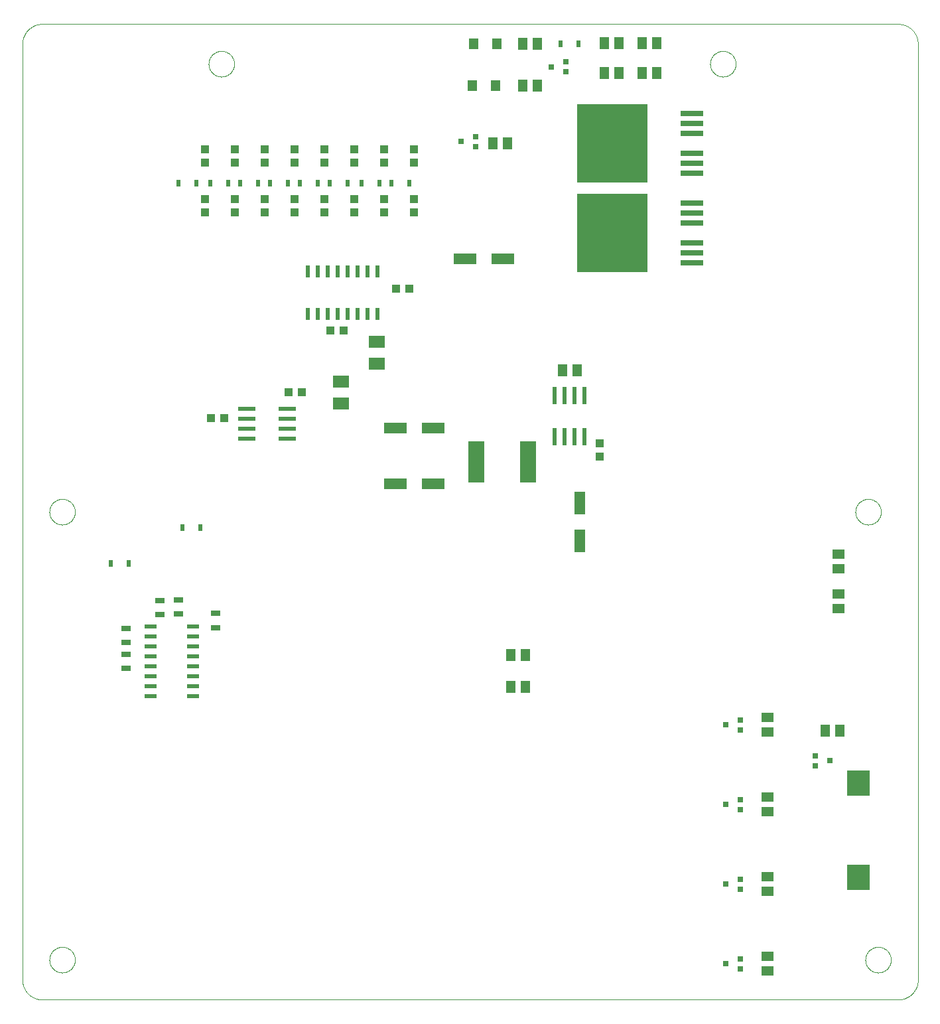
<source format=gtp>
G75*
%MOIN*%
%OFA0B0*%
%FSLAX25Y25*%
%IPPOS*%
%LPD*%
%AMOC8*
5,1,8,0,0,1.08239X$1,22.5*
%
%ADD10C,0.00000*%
%ADD11R,0.03937X0.04331*%
%ADD12R,0.11811X0.03150*%
%ADD13R,0.35433X0.39370*%
%ADD14R,0.05118X0.05906*%
%ADD15R,0.04724X0.05512*%
%ADD16R,0.02362X0.08661*%
%ADD17R,0.02756X0.02756*%
%ADD18R,0.07874X0.20866*%
%ADD19R,0.11811X0.05512*%
%ADD20R,0.05512X0.11811*%
%ADD21R,0.04331X0.03937*%
%ADD22R,0.11811X0.12795*%
%ADD23R,0.05906X0.05118*%
%ADD24R,0.02480X0.03268*%
%ADD25R,0.06102X0.02362*%
%ADD26R,0.04724X0.03150*%
%ADD27R,0.07874X0.06299*%
%ADD28R,0.02362X0.06102*%
%ADD29R,0.08661X0.02362*%
D10*
X0021800Y0021800D02*
X0451800Y0021800D01*
X0452042Y0021803D01*
X0452283Y0021812D01*
X0452524Y0021826D01*
X0452765Y0021847D01*
X0453005Y0021873D01*
X0453245Y0021905D01*
X0453484Y0021943D01*
X0453721Y0021986D01*
X0453958Y0022036D01*
X0454193Y0022091D01*
X0454427Y0022151D01*
X0454659Y0022218D01*
X0454890Y0022289D01*
X0455119Y0022367D01*
X0455346Y0022450D01*
X0455571Y0022538D01*
X0455794Y0022632D01*
X0456014Y0022731D01*
X0456232Y0022836D01*
X0456447Y0022945D01*
X0456660Y0023060D01*
X0456870Y0023180D01*
X0457076Y0023305D01*
X0457280Y0023435D01*
X0457481Y0023570D01*
X0457678Y0023710D01*
X0457872Y0023854D01*
X0458062Y0024003D01*
X0458248Y0024157D01*
X0458431Y0024315D01*
X0458610Y0024477D01*
X0458785Y0024644D01*
X0458956Y0024815D01*
X0459123Y0024990D01*
X0459285Y0025169D01*
X0459443Y0025352D01*
X0459597Y0025538D01*
X0459746Y0025728D01*
X0459890Y0025922D01*
X0460030Y0026119D01*
X0460165Y0026320D01*
X0460295Y0026524D01*
X0460420Y0026730D01*
X0460540Y0026940D01*
X0460655Y0027153D01*
X0460764Y0027368D01*
X0460869Y0027586D01*
X0460968Y0027806D01*
X0461062Y0028029D01*
X0461150Y0028254D01*
X0461233Y0028481D01*
X0461311Y0028710D01*
X0461382Y0028941D01*
X0461449Y0029173D01*
X0461509Y0029407D01*
X0461564Y0029642D01*
X0461614Y0029879D01*
X0461657Y0030116D01*
X0461695Y0030355D01*
X0461727Y0030595D01*
X0461753Y0030835D01*
X0461774Y0031076D01*
X0461788Y0031317D01*
X0461797Y0031558D01*
X0461800Y0031800D01*
X0461800Y0501800D01*
X0461797Y0502042D01*
X0461788Y0502283D01*
X0461774Y0502524D01*
X0461753Y0502765D01*
X0461727Y0503005D01*
X0461695Y0503245D01*
X0461657Y0503484D01*
X0461614Y0503721D01*
X0461564Y0503958D01*
X0461509Y0504193D01*
X0461449Y0504427D01*
X0461382Y0504659D01*
X0461311Y0504890D01*
X0461233Y0505119D01*
X0461150Y0505346D01*
X0461062Y0505571D01*
X0460968Y0505794D01*
X0460869Y0506014D01*
X0460764Y0506232D01*
X0460655Y0506447D01*
X0460540Y0506660D01*
X0460420Y0506870D01*
X0460295Y0507076D01*
X0460165Y0507280D01*
X0460030Y0507481D01*
X0459890Y0507678D01*
X0459746Y0507872D01*
X0459597Y0508062D01*
X0459443Y0508248D01*
X0459285Y0508431D01*
X0459123Y0508610D01*
X0458956Y0508785D01*
X0458785Y0508956D01*
X0458610Y0509123D01*
X0458431Y0509285D01*
X0458248Y0509443D01*
X0458062Y0509597D01*
X0457872Y0509746D01*
X0457678Y0509890D01*
X0457481Y0510030D01*
X0457280Y0510165D01*
X0457076Y0510295D01*
X0456870Y0510420D01*
X0456660Y0510540D01*
X0456447Y0510655D01*
X0456232Y0510764D01*
X0456014Y0510869D01*
X0455794Y0510968D01*
X0455571Y0511062D01*
X0455346Y0511150D01*
X0455119Y0511233D01*
X0454890Y0511311D01*
X0454659Y0511382D01*
X0454427Y0511449D01*
X0454193Y0511509D01*
X0453958Y0511564D01*
X0453721Y0511614D01*
X0453484Y0511657D01*
X0453245Y0511695D01*
X0453005Y0511727D01*
X0452765Y0511753D01*
X0452524Y0511774D01*
X0452283Y0511788D01*
X0452042Y0511797D01*
X0451800Y0511800D01*
X0021800Y0511800D01*
X0021558Y0511797D01*
X0021317Y0511788D01*
X0021076Y0511774D01*
X0020835Y0511753D01*
X0020595Y0511727D01*
X0020355Y0511695D01*
X0020116Y0511657D01*
X0019879Y0511614D01*
X0019642Y0511564D01*
X0019407Y0511509D01*
X0019173Y0511449D01*
X0018941Y0511382D01*
X0018710Y0511311D01*
X0018481Y0511233D01*
X0018254Y0511150D01*
X0018029Y0511062D01*
X0017806Y0510968D01*
X0017586Y0510869D01*
X0017368Y0510764D01*
X0017153Y0510655D01*
X0016940Y0510540D01*
X0016730Y0510420D01*
X0016524Y0510295D01*
X0016320Y0510165D01*
X0016119Y0510030D01*
X0015922Y0509890D01*
X0015728Y0509746D01*
X0015538Y0509597D01*
X0015352Y0509443D01*
X0015169Y0509285D01*
X0014990Y0509123D01*
X0014815Y0508956D01*
X0014644Y0508785D01*
X0014477Y0508610D01*
X0014315Y0508431D01*
X0014157Y0508248D01*
X0014003Y0508062D01*
X0013854Y0507872D01*
X0013710Y0507678D01*
X0013570Y0507481D01*
X0013435Y0507280D01*
X0013305Y0507076D01*
X0013180Y0506870D01*
X0013060Y0506660D01*
X0012945Y0506447D01*
X0012836Y0506232D01*
X0012731Y0506014D01*
X0012632Y0505794D01*
X0012538Y0505571D01*
X0012450Y0505346D01*
X0012367Y0505119D01*
X0012289Y0504890D01*
X0012218Y0504659D01*
X0012151Y0504427D01*
X0012091Y0504193D01*
X0012036Y0503958D01*
X0011986Y0503721D01*
X0011943Y0503484D01*
X0011905Y0503245D01*
X0011873Y0503005D01*
X0011847Y0502765D01*
X0011826Y0502524D01*
X0011812Y0502283D01*
X0011803Y0502042D01*
X0011800Y0501800D01*
X0011800Y0031800D01*
X0011803Y0031558D01*
X0011812Y0031317D01*
X0011826Y0031076D01*
X0011847Y0030835D01*
X0011873Y0030595D01*
X0011905Y0030355D01*
X0011943Y0030116D01*
X0011986Y0029879D01*
X0012036Y0029642D01*
X0012091Y0029407D01*
X0012151Y0029173D01*
X0012218Y0028941D01*
X0012289Y0028710D01*
X0012367Y0028481D01*
X0012450Y0028254D01*
X0012538Y0028029D01*
X0012632Y0027806D01*
X0012731Y0027586D01*
X0012836Y0027368D01*
X0012945Y0027153D01*
X0013060Y0026940D01*
X0013180Y0026730D01*
X0013305Y0026524D01*
X0013435Y0026320D01*
X0013570Y0026119D01*
X0013710Y0025922D01*
X0013854Y0025728D01*
X0014003Y0025538D01*
X0014157Y0025352D01*
X0014315Y0025169D01*
X0014477Y0024990D01*
X0014644Y0024815D01*
X0014815Y0024644D01*
X0014990Y0024477D01*
X0015169Y0024315D01*
X0015352Y0024157D01*
X0015538Y0024003D01*
X0015728Y0023854D01*
X0015922Y0023710D01*
X0016119Y0023570D01*
X0016320Y0023435D01*
X0016524Y0023305D01*
X0016730Y0023180D01*
X0016940Y0023060D01*
X0017153Y0022945D01*
X0017368Y0022836D01*
X0017586Y0022731D01*
X0017806Y0022632D01*
X0018029Y0022538D01*
X0018254Y0022450D01*
X0018481Y0022367D01*
X0018710Y0022289D01*
X0018941Y0022218D01*
X0019173Y0022151D01*
X0019407Y0022091D01*
X0019642Y0022036D01*
X0019879Y0021986D01*
X0020116Y0021943D01*
X0020355Y0021905D01*
X0020595Y0021873D01*
X0020835Y0021847D01*
X0021076Y0021826D01*
X0021317Y0021812D01*
X0021558Y0021803D01*
X0021800Y0021800D01*
X0025375Y0041800D02*
X0025377Y0041960D01*
X0025383Y0042120D01*
X0025393Y0042280D01*
X0025407Y0042440D01*
X0025425Y0042599D01*
X0025447Y0042758D01*
X0025473Y0042916D01*
X0025502Y0043073D01*
X0025536Y0043230D01*
X0025574Y0043385D01*
X0025615Y0043540D01*
X0025660Y0043694D01*
X0025710Y0043846D01*
X0025762Y0043997D01*
X0025819Y0044147D01*
X0025880Y0044296D01*
X0025944Y0044443D01*
X0026011Y0044588D01*
X0026083Y0044731D01*
X0026157Y0044873D01*
X0026236Y0045013D01*
X0026318Y0045150D01*
X0026403Y0045286D01*
X0026491Y0045419D01*
X0026583Y0045551D01*
X0026678Y0045679D01*
X0026777Y0045806D01*
X0026878Y0045930D01*
X0026983Y0046051D01*
X0027090Y0046170D01*
X0027201Y0046286D01*
X0027314Y0046399D01*
X0027430Y0046510D01*
X0027549Y0046617D01*
X0027670Y0046722D01*
X0027794Y0046823D01*
X0027921Y0046922D01*
X0028049Y0047017D01*
X0028181Y0047109D01*
X0028314Y0047197D01*
X0028450Y0047282D01*
X0028588Y0047364D01*
X0028727Y0047443D01*
X0028869Y0047517D01*
X0029012Y0047589D01*
X0029157Y0047656D01*
X0029304Y0047720D01*
X0029453Y0047781D01*
X0029603Y0047838D01*
X0029754Y0047890D01*
X0029906Y0047940D01*
X0030060Y0047985D01*
X0030215Y0048026D01*
X0030370Y0048064D01*
X0030527Y0048098D01*
X0030684Y0048127D01*
X0030842Y0048153D01*
X0031001Y0048175D01*
X0031160Y0048193D01*
X0031320Y0048207D01*
X0031480Y0048217D01*
X0031640Y0048223D01*
X0031800Y0048225D01*
X0031960Y0048223D01*
X0032120Y0048217D01*
X0032280Y0048207D01*
X0032440Y0048193D01*
X0032599Y0048175D01*
X0032758Y0048153D01*
X0032916Y0048127D01*
X0033073Y0048098D01*
X0033230Y0048064D01*
X0033385Y0048026D01*
X0033540Y0047985D01*
X0033694Y0047940D01*
X0033846Y0047890D01*
X0033997Y0047838D01*
X0034147Y0047781D01*
X0034296Y0047720D01*
X0034443Y0047656D01*
X0034588Y0047589D01*
X0034731Y0047517D01*
X0034873Y0047443D01*
X0035013Y0047364D01*
X0035150Y0047282D01*
X0035286Y0047197D01*
X0035419Y0047109D01*
X0035551Y0047017D01*
X0035679Y0046922D01*
X0035806Y0046823D01*
X0035930Y0046722D01*
X0036051Y0046617D01*
X0036170Y0046510D01*
X0036286Y0046399D01*
X0036399Y0046286D01*
X0036510Y0046170D01*
X0036617Y0046051D01*
X0036722Y0045930D01*
X0036823Y0045806D01*
X0036922Y0045679D01*
X0037017Y0045551D01*
X0037109Y0045419D01*
X0037197Y0045286D01*
X0037282Y0045150D01*
X0037364Y0045012D01*
X0037443Y0044873D01*
X0037517Y0044731D01*
X0037589Y0044588D01*
X0037656Y0044443D01*
X0037720Y0044296D01*
X0037781Y0044147D01*
X0037838Y0043997D01*
X0037890Y0043846D01*
X0037940Y0043694D01*
X0037985Y0043540D01*
X0038026Y0043385D01*
X0038064Y0043230D01*
X0038098Y0043073D01*
X0038127Y0042916D01*
X0038153Y0042758D01*
X0038175Y0042599D01*
X0038193Y0042440D01*
X0038207Y0042280D01*
X0038217Y0042120D01*
X0038223Y0041960D01*
X0038225Y0041800D01*
X0038223Y0041640D01*
X0038217Y0041480D01*
X0038207Y0041320D01*
X0038193Y0041160D01*
X0038175Y0041001D01*
X0038153Y0040842D01*
X0038127Y0040684D01*
X0038098Y0040527D01*
X0038064Y0040370D01*
X0038026Y0040215D01*
X0037985Y0040060D01*
X0037940Y0039906D01*
X0037890Y0039754D01*
X0037838Y0039603D01*
X0037781Y0039453D01*
X0037720Y0039304D01*
X0037656Y0039157D01*
X0037589Y0039012D01*
X0037517Y0038869D01*
X0037443Y0038727D01*
X0037364Y0038587D01*
X0037282Y0038450D01*
X0037197Y0038314D01*
X0037109Y0038181D01*
X0037017Y0038049D01*
X0036922Y0037921D01*
X0036823Y0037794D01*
X0036722Y0037670D01*
X0036617Y0037549D01*
X0036510Y0037430D01*
X0036399Y0037314D01*
X0036286Y0037201D01*
X0036170Y0037090D01*
X0036051Y0036983D01*
X0035930Y0036878D01*
X0035806Y0036777D01*
X0035679Y0036678D01*
X0035551Y0036583D01*
X0035419Y0036491D01*
X0035286Y0036403D01*
X0035150Y0036318D01*
X0035012Y0036236D01*
X0034873Y0036157D01*
X0034731Y0036083D01*
X0034588Y0036011D01*
X0034443Y0035944D01*
X0034296Y0035880D01*
X0034147Y0035819D01*
X0033997Y0035762D01*
X0033846Y0035710D01*
X0033694Y0035660D01*
X0033540Y0035615D01*
X0033385Y0035574D01*
X0033230Y0035536D01*
X0033073Y0035502D01*
X0032916Y0035473D01*
X0032758Y0035447D01*
X0032599Y0035425D01*
X0032440Y0035407D01*
X0032280Y0035393D01*
X0032120Y0035383D01*
X0031960Y0035377D01*
X0031800Y0035375D01*
X0031640Y0035377D01*
X0031480Y0035383D01*
X0031320Y0035393D01*
X0031160Y0035407D01*
X0031001Y0035425D01*
X0030842Y0035447D01*
X0030684Y0035473D01*
X0030527Y0035502D01*
X0030370Y0035536D01*
X0030215Y0035574D01*
X0030060Y0035615D01*
X0029906Y0035660D01*
X0029754Y0035710D01*
X0029603Y0035762D01*
X0029453Y0035819D01*
X0029304Y0035880D01*
X0029157Y0035944D01*
X0029012Y0036011D01*
X0028869Y0036083D01*
X0028727Y0036157D01*
X0028587Y0036236D01*
X0028450Y0036318D01*
X0028314Y0036403D01*
X0028181Y0036491D01*
X0028049Y0036583D01*
X0027921Y0036678D01*
X0027794Y0036777D01*
X0027670Y0036878D01*
X0027549Y0036983D01*
X0027430Y0037090D01*
X0027314Y0037201D01*
X0027201Y0037314D01*
X0027090Y0037430D01*
X0026983Y0037549D01*
X0026878Y0037670D01*
X0026777Y0037794D01*
X0026678Y0037921D01*
X0026583Y0038049D01*
X0026491Y0038181D01*
X0026403Y0038314D01*
X0026318Y0038450D01*
X0026236Y0038588D01*
X0026157Y0038727D01*
X0026083Y0038869D01*
X0026011Y0039012D01*
X0025944Y0039157D01*
X0025880Y0039304D01*
X0025819Y0039453D01*
X0025762Y0039603D01*
X0025710Y0039754D01*
X0025660Y0039906D01*
X0025615Y0040060D01*
X0025574Y0040215D01*
X0025536Y0040370D01*
X0025502Y0040527D01*
X0025473Y0040684D01*
X0025447Y0040842D01*
X0025425Y0041001D01*
X0025407Y0041160D01*
X0025393Y0041320D01*
X0025383Y0041480D01*
X0025377Y0041640D01*
X0025375Y0041800D01*
X0025375Y0266800D02*
X0025377Y0266960D01*
X0025383Y0267120D01*
X0025393Y0267280D01*
X0025407Y0267440D01*
X0025425Y0267599D01*
X0025447Y0267758D01*
X0025473Y0267916D01*
X0025502Y0268073D01*
X0025536Y0268230D01*
X0025574Y0268385D01*
X0025615Y0268540D01*
X0025660Y0268694D01*
X0025710Y0268846D01*
X0025762Y0268997D01*
X0025819Y0269147D01*
X0025880Y0269296D01*
X0025944Y0269443D01*
X0026011Y0269588D01*
X0026083Y0269731D01*
X0026157Y0269873D01*
X0026236Y0270013D01*
X0026318Y0270150D01*
X0026403Y0270286D01*
X0026491Y0270419D01*
X0026583Y0270551D01*
X0026678Y0270679D01*
X0026777Y0270806D01*
X0026878Y0270930D01*
X0026983Y0271051D01*
X0027090Y0271170D01*
X0027201Y0271286D01*
X0027314Y0271399D01*
X0027430Y0271510D01*
X0027549Y0271617D01*
X0027670Y0271722D01*
X0027794Y0271823D01*
X0027921Y0271922D01*
X0028049Y0272017D01*
X0028181Y0272109D01*
X0028314Y0272197D01*
X0028450Y0272282D01*
X0028588Y0272364D01*
X0028727Y0272443D01*
X0028869Y0272517D01*
X0029012Y0272589D01*
X0029157Y0272656D01*
X0029304Y0272720D01*
X0029453Y0272781D01*
X0029603Y0272838D01*
X0029754Y0272890D01*
X0029906Y0272940D01*
X0030060Y0272985D01*
X0030215Y0273026D01*
X0030370Y0273064D01*
X0030527Y0273098D01*
X0030684Y0273127D01*
X0030842Y0273153D01*
X0031001Y0273175D01*
X0031160Y0273193D01*
X0031320Y0273207D01*
X0031480Y0273217D01*
X0031640Y0273223D01*
X0031800Y0273225D01*
X0031960Y0273223D01*
X0032120Y0273217D01*
X0032280Y0273207D01*
X0032440Y0273193D01*
X0032599Y0273175D01*
X0032758Y0273153D01*
X0032916Y0273127D01*
X0033073Y0273098D01*
X0033230Y0273064D01*
X0033385Y0273026D01*
X0033540Y0272985D01*
X0033694Y0272940D01*
X0033846Y0272890D01*
X0033997Y0272838D01*
X0034147Y0272781D01*
X0034296Y0272720D01*
X0034443Y0272656D01*
X0034588Y0272589D01*
X0034731Y0272517D01*
X0034873Y0272443D01*
X0035013Y0272364D01*
X0035150Y0272282D01*
X0035286Y0272197D01*
X0035419Y0272109D01*
X0035551Y0272017D01*
X0035679Y0271922D01*
X0035806Y0271823D01*
X0035930Y0271722D01*
X0036051Y0271617D01*
X0036170Y0271510D01*
X0036286Y0271399D01*
X0036399Y0271286D01*
X0036510Y0271170D01*
X0036617Y0271051D01*
X0036722Y0270930D01*
X0036823Y0270806D01*
X0036922Y0270679D01*
X0037017Y0270551D01*
X0037109Y0270419D01*
X0037197Y0270286D01*
X0037282Y0270150D01*
X0037364Y0270012D01*
X0037443Y0269873D01*
X0037517Y0269731D01*
X0037589Y0269588D01*
X0037656Y0269443D01*
X0037720Y0269296D01*
X0037781Y0269147D01*
X0037838Y0268997D01*
X0037890Y0268846D01*
X0037940Y0268694D01*
X0037985Y0268540D01*
X0038026Y0268385D01*
X0038064Y0268230D01*
X0038098Y0268073D01*
X0038127Y0267916D01*
X0038153Y0267758D01*
X0038175Y0267599D01*
X0038193Y0267440D01*
X0038207Y0267280D01*
X0038217Y0267120D01*
X0038223Y0266960D01*
X0038225Y0266800D01*
X0038223Y0266640D01*
X0038217Y0266480D01*
X0038207Y0266320D01*
X0038193Y0266160D01*
X0038175Y0266001D01*
X0038153Y0265842D01*
X0038127Y0265684D01*
X0038098Y0265527D01*
X0038064Y0265370D01*
X0038026Y0265215D01*
X0037985Y0265060D01*
X0037940Y0264906D01*
X0037890Y0264754D01*
X0037838Y0264603D01*
X0037781Y0264453D01*
X0037720Y0264304D01*
X0037656Y0264157D01*
X0037589Y0264012D01*
X0037517Y0263869D01*
X0037443Y0263727D01*
X0037364Y0263587D01*
X0037282Y0263450D01*
X0037197Y0263314D01*
X0037109Y0263181D01*
X0037017Y0263049D01*
X0036922Y0262921D01*
X0036823Y0262794D01*
X0036722Y0262670D01*
X0036617Y0262549D01*
X0036510Y0262430D01*
X0036399Y0262314D01*
X0036286Y0262201D01*
X0036170Y0262090D01*
X0036051Y0261983D01*
X0035930Y0261878D01*
X0035806Y0261777D01*
X0035679Y0261678D01*
X0035551Y0261583D01*
X0035419Y0261491D01*
X0035286Y0261403D01*
X0035150Y0261318D01*
X0035012Y0261236D01*
X0034873Y0261157D01*
X0034731Y0261083D01*
X0034588Y0261011D01*
X0034443Y0260944D01*
X0034296Y0260880D01*
X0034147Y0260819D01*
X0033997Y0260762D01*
X0033846Y0260710D01*
X0033694Y0260660D01*
X0033540Y0260615D01*
X0033385Y0260574D01*
X0033230Y0260536D01*
X0033073Y0260502D01*
X0032916Y0260473D01*
X0032758Y0260447D01*
X0032599Y0260425D01*
X0032440Y0260407D01*
X0032280Y0260393D01*
X0032120Y0260383D01*
X0031960Y0260377D01*
X0031800Y0260375D01*
X0031640Y0260377D01*
X0031480Y0260383D01*
X0031320Y0260393D01*
X0031160Y0260407D01*
X0031001Y0260425D01*
X0030842Y0260447D01*
X0030684Y0260473D01*
X0030527Y0260502D01*
X0030370Y0260536D01*
X0030215Y0260574D01*
X0030060Y0260615D01*
X0029906Y0260660D01*
X0029754Y0260710D01*
X0029603Y0260762D01*
X0029453Y0260819D01*
X0029304Y0260880D01*
X0029157Y0260944D01*
X0029012Y0261011D01*
X0028869Y0261083D01*
X0028727Y0261157D01*
X0028587Y0261236D01*
X0028450Y0261318D01*
X0028314Y0261403D01*
X0028181Y0261491D01*
X0028049Y0261583D01*
X0027921Y0261678D01*
X0027794Y0261777D01*
X0027670Y0261878D01*
X0027549Y0261983D01*
X0027430Y0262090D01*
X0027314Y0262201D01*
X0027201Y0262314D01*
X0027090Y0262430D01*
X0026983Y0262549D01*
X0026878Y0262670D01*
X0026777Y0262794D01*
X0026678Y0262921D01*
X0026583Y0263049D01*
X0026491Y0263181D01*
X0026403Y0263314D01*
X0026318Y0263450D01*
X0026236Y0263588D01*
X0026157Y0263727D01*
X0026083Y0263869D01*
X0026011Y0264012D01*
X0025944Y0264157D01*
X0025880Y0264304D01*
X0025819Y0264453D01*
X0025762Y0264603D01*
X0025710Y0264754D01*
X0025660Y0264906D01*
X0025615Y0265060D01*
X0025574Y0265215D01*
X0025536Y0265370D01*
X0025502Y0265527D01*
X0025473Y0265684D01*
X0025447Y0265842D01*
X0025425Y0266001D01*
X0025407Y0266160D01*
X0025393Y0266320D01*
X0025383Y0266480D01*
X0025377Y0266640D01*
X0025375Y0266800D01*
X0105375Y0491800D02*
X0105377Y0491960D01*
X0105383Y0492120D01*
X0105393Y0492280D01*
X0105407Y0492440D01*
X0105425Y0492599D01*
X0105447Y0492758D01*
X0105473Y0492916D01*
X0105502Y0493073D01*
X0105536Y0493230D01*
X0105574Y0493385D01*
X0105615Y0493540D01*
X0105660Y0493694D01*
X0105710Y0493846D01*
X0105762Y0493997D01*
X0105819Y0494147D01*
X0105880Y0494296D01*
X0105944Y0494443D01*
X0106011Y0494588D01*
X0106083Y0494731D01*
X0106157Y0494873D01*
X0106236Y0495013D01*
X0106318Y0495150D01*
X0106403Y0495286D01*
X0106491Y0495419D01*
X0106583Y0495551D01*
X0106678Y0495679D01*
X0106777Y0495806D01*
X0106878Y0495930D01*
X0106983Y0496051D01*
X0107090Y0496170D01*
X0107201Y0496286D01*
X0107314Y0496399D01*
X0107430Y0496510D01*
X0107549Y0496617D01*
X0107670Y0496722D01*
X0107794Y0496823D01*
X0107921Y0496922D01*
X0108049Y0497017D01*
X0108181Y0497109D01*
X0108314Y0497197D01*
X0108450Y0497282D01*
X0108588Y0497364D01*
X0108727Y0497443D01*
X0108869Y0497517D01*
X0109012Y0497589D01*
X0109157Y0497656D01*
X0109304Y0497720D01*
X0109453Y0497781D01*
X0109603Y0497838D01*
X0109754Y0497890D01*
X0109906Y0497940D01*
X0110060Y0497985D01*
X0110215Y0498026D01*
X0110370Y0498064D01*
X0110527Y0498098D01*
X0110684Y0498127D01*
X0110842Y0498153D01*
X0111001Y0498175D01*
X0111160Y0498193D01*
X0111320Y0498207D01*
X0111480Y0498217D01*
X0111640Y0498223D01*
X0111800Y0498225D01*
X0111960Y0498223D01*
X0112120Y0498217D01*
X0112280Y0498207D01*
X0112440Y0498193D01*
X0112599Y0498175D01*
X0112758Y0498153D01*
X0112916Y0498127D01*
X0113073Y0498098D01*
X0113230Y0498064D01*
X0113385Y0498026D01*
X0113540Y0497985D01*
X0113694Y0497940D01*
X0113846Y0497890D01*
X0113997Y0497838D01*
X0114147Y0497781D01*
X0114296Y0497720D01*
X0114443Y0497656D01*
X0114588Y0497589D01*
X0114731Y0497517D01*
X0114873Y0497443D01*
X0115013Y0497364D01*
X0115150Y0497282D01*
X0115286Y0497197D01*
X0115419Y0497109D01*
X0115551Y0497017D01*
X0115679Y0496922D01*
X0115806Y0496823D01*
X0115930Y0496722D01*
X0116051Y0496617D01*
X0116170Y0496510D01*
X0116286Y0496399D01*
X0116399Y0496286D01*
X0116510Y0496170D01*
X0116617Y0496051D01*
X0116722Y0495930D01*
X0116823Y0495806D01*
X0116922Y0495679D01*
X0117017Y0495551D01*
X0117109Y0495419D01*
X0117197Y0495286D01*
X0117282Y0495150D01*
X0117364Y0495012D01*
X0117443Y0494873D01*
X0117517Y0494731D01*
X0117589Y0494588D01*
X0117656Y0494443D01*
X0117720Y0494296D01*
X0117781Y0494147D01*
X0117838Y0493997D01*
X0117890Y0493846D01*
X0117940Y0493694D01*
X0117985Y0493540D01*
X0118026Y0493385D01*
X0118064Y0493230D01*
X0118098Y0493073D01*
X0118127Y0492916D01*
X0118153Y0492758D01*
X0118175Y0492599D01*
X0118193Y0492440D01*
X0118207Y0492280D01*
X0118217Y0492120D01*
X0118223Y0491960D01*
X0118225Y0491800D01*
X0118223Y0491640D01*
X0118217Y0491480D01*
X0118207Y0491320D01*
X0118193Y0491160D01*
X0118175Y0491001D01*
X0118153Y0490842D01*
X0118127Y0490684D01*
X0118098Y0490527D01*
X0118064Y0490370D01*
X0118026Y0490215D01*
X0117985Y0490060D01*
X0117940Y0489906D01*
X0117890Y0489754D01*
X0117838Y0489603D01*
X0117781Y0489453D01*
X0117720Y0489304D01*
X0117656Y0489157D01*
X0117589Y0489012D01*
X0117517Y0488869D01*
X0117443Y0488727D01*
X0117364Y0488587D01*
X0117282Y0488450D01*
X0117197Y0488314D01*
X0117109Y0488181D01*
X0117017Y0488049D01*
X0116922Y0487921D01*
X0116823Y0487794D01*
X0116722Y0487670D01*
X0116617Y0487549D01*
X0116510Y0487430D01*
X0116399Y0487314D01*
X0116286Y0487201D01*
X0116170Y0487090D01*
X0116051Y0486983D01*
X0115930Y0486878D01*
X0115806Y0486777D01*
X0115679Y0486678D01*
X0115551Y0486583D01*
X0115419Y0486491D01*
X0115286Y0486403D01*
X0115150Y0486318D01*
X0115012Y0486236D01*
X0114873Y0486157D01*
X0114731Y0486083D01*
X0114588Y0486011D01*
X0114443Y0485944D01*
X0114296Y0485880D01*
X0114147Y0485819D01*
X0113997Y0485762D01*
X0113846Y0485710D01*
X0113694Y0485660D01*
X0113540Y0485615D01*
X0113385Y0485574D01*
X0113230Y0485536D01*
X0113073Y0485502D01*
X0112916Y0485473D01*
X0112758Y0485447D01*
X0112599Y0485425D01*
X0112440Y0485407D01*
X0112280Y0485393D01*
X0112120Y0485383D01*
X0111960Y0485377D01*
X0111800Y0485375D01*
X0111640Y0485377D01*
X0111480Y0485383D01*
X0111320Y0485393D01*
X0111160Y0485407D01*
X0111001Y0485425D01*
X0110842Y0485447D01*
X0110684Y0485473D01*
X0110527Y0485502D01*
X0110370Y0485536D01*
X0110215Y0485574D01*
X0110060Y0485615D01*
X0109906Y0485660D01*
X0109754Y0485710D01*
X0109603Y0485762D01*
X0109453Y0485819D01*
X0109304Y0485880D01*
X0109157Y0485944D01*
X0109012Y0486011D01*
X0108869Y0486083D01*
X0108727Y0486157D01*
X0108587Y0486236D01*
X0108450Y0486318D01*
X0108314Y0486403D01*
X0108181Y0486491D01*
X0108049Y0486583D01*
X0107921Y0486678D01*
X0107794Y0486777D01*
X0107670Y0486878D01*
X0107549Y0486983D01*
X0107430Y0487090D01*
X0107314Y0487201D01*
X0107201Y0487314D01*
X0107090Y0487430D01*
X0106983Y0487549D01*
X0106878Y0487670D01*
X0106777Y0487794D01*
X0106678Y0487921D01*
X0106583Y0488049D01*
X0106491Y0488181D01*
X0106403Y0488314D01*
X0106318Y0488450D01*
X0106236Y0488588D01*
X0106157Y0488727D01*
X0106083Y0488869D01*
X0106011Y0489012D01*
X0105944Y0489157D01*
X0105880Y0489304D01*
X0105819Y0489453D01*
X0105762Y0489603D01*
X0105710Y0489754D01*
X0105660Y0489906D01*
X0105615Y0490060D01*
X0105574Y0490215D01*
X0105536Y0490370D01*
X0105502Y0490527D01*
X0105473Y0490684D01*
X0105447Y0490842D01*
X0105425Y0491001D01*
X0105407Y0491160D01*
X0105393Y0491320D01*
X0105383Y0491480D01*
X0105377Y0491640D01*
X0105375Y0491800D01*
X0357375Y0491800D02*
X0357377Y0491960D01*
X0357383Y0492120D01*
X0357393Y0492280D01*
X0357407Y0492440D01*
X0357425Y0492599D01*
X0357447Y0492758D01*
X0357473Y0492916D01*
X0357502Y0493073D01*
X0357536Y0493230D01*
X0357574Y0493385D01*
X0357615Y0493540D01*
X0357660Y0493694D01*
X0357710Y0493846D01*
X0357762Y0493997D01*
X0357819Y0494147D01*
X0357880Y0494296D01*
X0357944Y0494443D01*
X0358011Y0494588D01*
X0358083Y0494731D01*
X0358157Y0494873D01*
X0358236Y0495013D01*
X0358318Y0495150D01*
X0358403Y0495286D01*
X0358491Y0495419D01*
X0358583Y0495551D01*
X0358678Y0495679D01*
X0358777Y0495806D01*
X0358878Y0495930D01*
X0358983Y0496051D01*
X0359090Y0496170D01*
X0359201Y0496286D01*
X0359314Y0496399D01*
X0359430Y0496510D01*
X0359549Y0496617D01*
X0359670Y0496722D01*
X0359794Y0496823D01*
X0359921Y0496922D01*
X0360049Y0497017D01*
X0360181Y0497109D01*
X0360314Y0497197D01*
X0360450Y0497282D01*
X0360588Y0497364D01*
X0360727Y0497443D01*
X0360869Y0497517D01*
X0361012Y0497589D01*
X0361157Y0497656D01*
X0361304Y0497720D01*
X0361453Y0497781D01*
X0361603Y0497838D01*
X0361754Y0497890D01*
X0361906Y0497940D01*
X0362060Y0497985D01*
X0362215Y0498026D01*
X0362370Y0498064D01*
X0362527Y0498098D01*
X0362684Y0498127D01*
X0362842Y0498153D01*
X0363001Y0498175D01*
X0363160Y0498193D01*
X0363320Y0498207D01*
X0363480Y0498217D01*
X0363640Y0498223D01*
X0363800Y0498225D01*
X0363960Y0498223D01*
X0364120Y0498217D01*
X0364280Y0498207D01*
X0364440Y0498193D01*
X0364599Y0498175D01*
X0364758Y0498153D01*
X0364916Y0498127D01*
X0365073Y0498098D01*
X0365230Y0498064D01*
X0365385Y0498026D01*
X0365540Y0497985D01*
X0365694Y0497940D01*
X0365846Y0497890D01*
X0365997Y0497838D01*
X0366147Y0497781D01*
X0366296Y0497720D01*
X0366443Y0497656D01*
X0366588Y0497589D01*
X0366731Y0497517D01*
X0366873Y0497443D01*
X0367013Y0497364D01*
X0367150Y0497282D01*
X0367286Y0497197D01*
X0367419Y0497109D01*
X0367551Y0497017D01*
X0367679Y0496922D01*
X0367806Y0496823D01*
X0367930Y0496722D01*
X0368051Y0496617D01*
X0368170Y0496510D01*
X0368286Y0496399D01*
X0368399Y0496286D01*
X0368510Y0496170D01*
X0368617Y0496051D01*
X0368722Y0495930D01*
X0368823Y0495806D01*
X0368922Y0495679D01*
X0369017Y0495551D01*
X0369109Y0495419D01*
X0369197Y0495286D01*
X0369282Y0495150D01*
X0369364Y0495012D01*
X0369443Y0494873D01*
X0369517Y0494731D01*
X0369589Y0494588D01*
X0369656Y0494443D01*
X0369720Y0494296D01*
X0369781Y0494147D01*
X0369838Y0493997D01*
X0369890Y0493846D01*
X0369940Y0493694D01*
X0369985Y0493540D01*
X0370026Y0493385D01*
X0370064Y0493230D01*
X0370098Y0493073D01*
X0370127Y0492916D01*
X0370153Y0492758D01*
X0370175Y0492599D01*
X0370193Y0492440D01*
X0370207Y0492280D01*
X0370217Y0492120D01*
X0370223Y0491960D01*
X0370225Y0491800D01*
X0370223Y0491640D01*
X0370217Y0491480D01*
X0370207Y0491320D01*
X0370193Y0491160D01*
X0370175Y0491001D01*
X0370153Y0490842D01*
X0370127Y0490684D01*
X0370098Y0490527D01*
X0370064Y0490370D01*
X0370026Y0490215D01*
X0369985Y0490060D01*
X0369940Y0489906D01*
X0369890Y0489754D01*
X0369838Y0489603D01*
X0369781Y0489453D01*
X0369720Y0489304D01*
X0369656Y0489157D01*
X0369589Y0489012D01*
X0369517Y0488869D01*
X0369443Y0488727D01*
X0369364Y0488587D01*
X0369282Y0488450D01*
X0369197Y0488314D01*
X0369109Y0488181D01*
X0369017Y0488049D01*
X0368922Y0487921D01*
X0368823Y0487794D01*
X0368722Y0487670D01*
X0368617Y0487549D01*
X0368510Y0487430D01*
X0368399Y0487314D01*
X0368286Y0487201D01*
X0368170Y0487090D01*
X0368051Y0486983D01*
X0367930Y0486878D01*
X0367806Y0486777D01*
X0367679Y0486678D01*
X0367551Y0486583D01*
X0367419Y0486491D01*
X0367286Y0486403D01*
X0367150Y0486318D01*
X0367012Y0486236D01*
X0366873Y0486157D01*
X0366731Y0486083D01*
X0366588Y0486011D01*
X0366443Y0485944D01*
X0366296Y0485880D01*
X0366147Y0485819D01*
X0365997Y0485762D01*
X0365846Y0485710D01*
X0365694Y0485660D01*
X0365540Y0485615D01*
X0365385Y0485574D01*
X0365230Y0485536D01*
X0365073Y0485502D01*
X0364916Y0485473D01*
X0364758Y0485447D01*
X0364599Y0485425D01*
X0364440Y0485407D01*
X0364280Y0485393D01*
X0364120Y0485383D01*
X0363960Y0485377D01*
X0363800Y0485375D01*
X0363640Y0485377D01*
X0363480Y0485383D01*
X0363320Y0485393D01*
X0363160Y0485407D01*
X0363001Y0485425D01*
X0362842Y0485447D01*
X0362684Y0485473D01*
X0362527Y0485502D01*
X0362370Y0485536D01*
X0362215Y0485574D01*
X0362060Y0485615D01*
X0361906Y0485660D01*
X0361754Y0485710D01*
X0361603Y0485762D01*
X0361453Y0485819D01*
X0361304Y0485880D01*
X0361157Y0485944D01*
X0361012Y0486011D01*
X0360869Y0486083D01*
X0360727Y0486157D01*
X0360587Y0486236D01*
X0360450Y0486318D01*
X0360314Y0486403D01*
X0360181Y0486491D01*
X0360049Y0486583D01*
X0359921Y0486678D01*
X0359794Y0486777D01*
X0359670Y0486878D01*
X0359549Y0486983D01*
X0359430Y0487090D01*
X0359314Y0487201D01*
X0359201Y0487314D01*
X0359090Y0487430D01*
X0358983Y0487549D01*
X0358878Y0487670D01*
X0358777Y0487794D01*
X0358678Y0487921D01*
X0358583Y0488049D01*
X0358491Y0488181D01*
X0358403Y0488314D01*
X0358318Y0488450D01*
X0358236Y0488588D01*
X0358157Y0488727D01*
X0358083Y0488869D01*
X0358011Y0489012D01*
X0357944Y0489157D01*
X0357880Y0489304D01*
X0357819Y0489453D01*
X0357762Y0489603D01*
X0357710Y0489754D01*
X0357660Y0489906D01*
X0357615Y0490060D01*
X0357574Y0490215D01*
X0357536Y0490370D01*
X0357502Y0490527D01*
X0357473Y0490684D01*
X0357447Y0490842D01*
X0357425Y0491001D01*
X0357407Y0491160D01*
X0357393Y0491320D01*
X0357383Y0491480D01*
X0357377Y0491640D01*
X0357375Y0491800D01*
X0430375Y0266800D02*
X0430377Y0266960D01*
X0430383Y0267120D01*
X0430393Y0267280D01*
X0430407Y0267440D01*
X0430425Y0267599D01*
X0430447Y0267758D01*
X0430473Y0267916D01*
X0430502Y0268073D01*
X0430536Y0268230D01*
X0430574Y0268385D01*
X0430615Y0268540D01*
X0430660Y0268694D01*
X0430710Y0268846D01*
X0430762Y0268997D01*
X0430819Y0269147D01*
X0430880Y0269296D01*
X0430944Y0269443D01*
X0431011Y0269588D01*
X0431083Y0269731D01*
X0431157Y0269873D01*
X0431236Y0270013D01*
X0431318Y0270150D01*
X0431403Y0270286D01*
X0431491Y0270419D01*
X0431583Y0270551D01*
X0431678Y0270679D01*
X0431777Y0270806D01*
X0431878Y0270930D01*
X0431983Y0271051D01*
X0432090Y0271170D01*
X0432201Y0271286D01*
X0432314Y0271399D01*
X0432430Y0271510D01*
X0432549Y0271617D01*
X0432670Y0271722D01*
X0432794Y0271823D01*
X0432921Y0271922D01*
X0433049Y0272017D01*
X0433181Y0272109D01*
X0433314Y0272197D01*
X0433450Y0272282D01*
X0433588Y0272364D01*
X0433727Y0272443D01*
X0433869Y0272517D01*
X0434012Y0272589D01*
X0434157Y0272656D01*
X0434304Y0272720D01*
X0434453Y0272781D01*
X0434603Y0272838D01*
X0434754Y0272890D01*
X0434906Y0272940D01*
X0435060Y0272985D01*
X0435215Y0273026D01*
X0435370Y0273064D01*
X0435527Y0273098D01*
X0435684Y0273127D01*
X0435842Y0273153D01*
X0436001Y0273175D01*
X0436160Y0273193D01*
X0436320Y0273207D01*
X0436480Y0273217D01*
X0436640Y0273223D01*
X0436800Y0273225D01*
X0436960Y0273223D01*
X0437120Y0273217D01*
X0437280Y0273207D01*
X0437440Y0273193D01*
X0437599Y0273175D01*
X0437758Y0273153D01*
X0437916Y0273127D01*
X0438073Y0273098D01*
X0438230Y0273064D01*
X0438385Y0273026D01*
X0438540Y0272985D01*
X0438694Y0272940D01*
X0438846Y0272890D01*
X0438997Y0272838D01*
X0439147Y0272781D01*
X0439296Y0272720D01*
X0439443Y0272656D01*
X0439588Y0272589D01*
X0439731Y0272517D01*
X0439873Y0272443D01*
X0440013Y0272364D01*
X0440150Y0272282D01*
X0440286Y0272197D01*
X0440419Y0272109D01*
X0440551Y0272017D01*
X0440679Y0271922D01*
X0440806Y0271823D01*
X0440930Y0271722D01*
X0441051Y0271617D01*
X0441170Y0271510D01*
X0441286Y0271399D01*
X0441399Y0271286D01*
X0441510Y0271170D01*
X0441617Y0271051D01*
X0441722Y0270930D01*
X0441823Y0270806D01*
X0441922Y0270679D01*
X0442017Y0270551D01*
X0442109Y0270419D01*
X0442197Y0270286D01*
X0442282Y0270150D01*
X0442364Y0270012D01*
X0442443Y0269873D01*
X0442517Y0269731D01*
X0442589Y0269588D01*
X0442656Y0269443D01*
X0442720Y0269296D01*
X0442781Y0269147D01*
X0442838Y0268997D01*
X0442890Y0268846D01*
X0442940Y0268694D01*
X0442985Y0268540D01*
X0443026Y0268385D01*
X0443064Y0268230D01*
X0443098Y0268073D01*
X0443127Y0267916D01*
X0443153Y0267758D01*
X0443175Y0267599D01*
X0443193Y0267440D01*
X0443207Y0267280D01*
X0443217Y0267120D01*
X0443223Y0266960D01*
X0443225Y0266800D01*
X0443223Y0266640D01*
X0443217Y0266480D01*
X0443207Y0266320D01*
X0443193Y0266160D01*
X0443175Y0266001D01*
X0443153Y0265842D01*
X0443127Y0265684D01*
X0443098Y0265527D01*
X0443064Y0265370D01*
X0443026Y0265215D01*
X0442985Y0265060D01*
X0442940Y0264906D01*
X0442890Y0264754D01*
X0442838Y0264603D01*
X0442781Y0264453D01*
X0442720Y0264304D01*
X0442656Y0264157D01*
X0442589Y0264012D01*
X0442517Y0263869D01*
X0442443Y0263727D01*
X0442364Y0263587D01*
X0442282Y0263450D01*
X0442197Y0263314D01*
X0442109Y0263181D01*
X0442017Y0263049D01*
X0441922Y0262921D01*
X0441823Y0262794D01*
X0441722Y0262670D01*
X0441617Y0262549D01*
X0441510Y0262430D01*
X0441399Y0262314D01*
X0441286Y0262201D01*
X0441170Y0262090D01*
X0441051Y0261983D01*
X0440930Y0261878D01*
X0440806Y0261777D01*
X0440679Y0261678D01*
X0440551Y0261583D01*
X0440419Y0261491D01*
X0440286Y0261403D01*
X0440150Y0261318D01*
X0440012Y0261236D01*
X0439873Y0261157D01*
X0439731Y0261083D01*
X0439588Y0261011D01*
X0439443Y0260944D01*
X0439296Y0260880D01*
X0439147Y0260819D01*
X0438997Y0260762D01*
X0438846Y0260710D01*
X0438694Y0260660D01*
X0438540Y0260615D01*
X0438385Y0260574D01*
X0438230Y0260536D01*
X0438073Y0260502D01*
X0437916Y0260473D01*
X0437758Y0260447D01*
X0437599Y0260425D01*
X0437440Y0260407D01*
X0437280Y0260393D01*
X0437120Y0260383D01*
X0436960Y0260377D01*
X0436800Y0260375D01*
X0436640Y0260377D01*
X0436480Y0260383D01*
X0436320Y0260393D01*
X0436160Y0260407D01*
X0436001Y0260425D01*
X0435842Y0260447D01*
X0435684Y0260473D01*
X0435527Y0260502D01*
X0435370Y0260536D01*
X0435215Y0260574D01*
X0435060Y0260615D01*
X0434906Y0260660D01*
X0434754Y0260710D01*
X0434603Y0260762D01*
X0434453Y0260819D01*
X0434304Y0260880D01*
X0434157Y0260944D01*
X0434012Y0261011D01*
X0433869Y0261083D01*
X0433727Y0261157D01*
X0433587Y0261236D01*
X0433450Y0261318D01*
X0433314Y0261403D01*
X0433181Y0261491D01*
X0433049Y0261583D01*
X0432921Y0261678D01*
X0432794Y0261777D01*
X0432670Y0261878D01*
X0432549Y0261983D01*
X0432430Y0262090D01*
X0432314Y0262201D01*
X0432201Y0262314D01*
X0432090Y0262430D01*
X0431983Y0262549D01*
X0431878Y0262670D01*
X0431777Y0262794D01*
X0431678Y0262921D01*
X0431583Y0263049D01*
X0431491Y0263181D01*
X0431403Y0263314D01*
X0431318Y0263450D01*
X0431236Y0263588D01*
X0431157Y0263727D01*
X0431083Y0263869D01*
X0431011Y0264012D01*
X0430944Y0264157D01*
X0430880Y0264304D01*
X0430819Y0264453D01*
X0430762Y0264603D01*
X0430710Y0264754D01*
X0430660Y0264906D01*
X0430615Y0265060D01*
X0430574Y0265215D01*
X0430536Y0265370D01*
X0430502Y0265527D01*
X0430473Y0265684D01*
X0430447Y0265842D01*
X0430425Y0266001D01*
X0430407Y0266160D01*
X0430393Y0266320D01*
X0430383Y0266480D01*
X0430377Y0266640D01*
X0430375Y0266800D01*
X0435375Y0041800D02*
X0435377Y0041960D01*
X0435383Y0042120D01*
X0435393Y0042280D01*
X0435407Y0042440D01*
X0435425Y0042599D01*
X0435447Y0042758D01*
X0435473Y0042916D01*
X0435502Y0043073D01*
X0435536Y0043230D01*
X0435574Y0043385D01*
X0435615Y0043540D01*
X0435660Y0043694D01*
X0435710Y0043846D01*
X0435762Y0043997D01*
X0435819Y0044147D01*
X0435880Y0044296D01*
X0435944Y0044443D01*
X0436011Y0044588D01*
X0436083Y0044731D01*
X0436157Y0044873D01*
X0436236Y0045013D01*
X0436318Y0045150D01*
X0436403Y0045286D01*
X0436491Y0045419D01*
X0436583Y0045551D01*
X0436678Y0045679D01*
X0436777Y0045806D01*
X0436878Y0045930D01*
X0436983Y0046051D01*
X0437090Y0046170D01*
X0437201Y0046286D01*
X0437314Y0046399D01*
X0437430Y0046510D01*
X0437549Y0046617D01*
X0437670Y0046722D01*
X0437794Y0046823D01*
X0437921Y0046922D01*
X0438049Y0047017D01*
X0438181Y0047109D01*
X0438314Y0047197D01*
X0438450Y0047282D01*
X0438588Y0047364D01*
X0438727Y0047443D01*
X0438869Y0047517D01*
X0439012Y0047589D01*
X0439157Y0047656D01*
X0439304Y0047720D01*
X0439453Y0047781D01*
X0439603Y0047838D01*
X0439754Y0047890D01*
X0439906Y0047940D01*
X0440060Y0047985D01*
X0440215Y0048026D01*
X0440370Y0048064D01*
X0440527Y0048098D01*
X0440684Y0048127D01*
X0440842Y0048153D01*
X0441001Y0048175D01*
X0441160Y0048193D01*
X0441320Y0048207D01*
X0441480Y0048217D01*
X0441640Y0048223D01*
X0441800Y0048225D01*
X0441960Y0048223D01*
X0442120Y0048217D01*
X0442280Y0048207D01*
X0442440Y0048193D01*
X0442599Y0048175D01*
X0442758Y0048153D01*
X0442916Y0048127D01*
X0443073Y0048098D01*
X0443230Y0048064D01*
X0443385Y0048026D01*
X0443540Y0047985D01*
X0443694Y0047940D01*
X0443846Y0047890D01*
X0443997Y0047838D01*
X0444147Y0047781D01*
X0444296Y0047720D01*
X0444443Y0047656D01*
X0444588Y0047589D01*
X0444731Y0047517D01*
X0444873Y0047443D01*
X0445013Y0047364D01*
X0445150Y0047282D01*
X0445286Y0047197D01*
X0445419Y0047109D01*
X0445551Y0047017D01*
X0445679Y0046922D01*
X0445806Y0046823D01*
X0445930Y0046722D01*
X0446051Y0046617D01*
X0446170Y0046510D01*
X0446286Y0046399D01*
X0446399Y0046286D01*
X0446510Y0046170D01*
X0446617Y0046051D01*
X0446722Y0045930D01*
X0446823Y0045806D01*
X0446922Y0045679D01*
X0447017Y0045551D01*
X0447109Y0045419D01*
X0447197Y0045286D01*
X0447282Y0045150D01*
X0447364Y0045012D01*
X0447443Y0044873D01*
X0447517Y0044731D01*
X0447589Y0044588D01*
X0447656Y0044443D01*
X0447720Y0044296D01*
X0447781Y0044147D01*
X0447838Y0043997D01*
X0447890Y0043846D01*
X0447940Y0043694D01*
X0447985Y0043540D01*
X0448026Y0043385D01*
X0448064Y0043230D01*
X0448098Y0043073D01*
X0448127Y0042916D01*
X0448153Y0042758D01*
X0448175Y0042599D01*
X0448193Y0042440D01*
X0448207Y0042280D01*
X0448217Y0042120D01*
X0448223Y0041960D01*
X0448225Y0041800D01*
X0448223Y0041640D01*
X0448217Y0041480D01*
X0448207Y0041320D01*
X0448193Y0041160D01*
X0448175Y0041001D01*
X0448153Y0040842D01*
X0448127Y0040684D01*
X0448098Y0040527D01*
X0448064Y0040370D01*
X0448026Y0040215D01*
X0447985Y0040060D01*
X0447940Y0039906D01*
X0447890Y0039754D01*
X0447838Y0039603D01*
X0447781Y0039453D01*
X0447720Y0039304D01*
X0447656Y0039157D01*
X0447589Y0039012D01*
X0447517Y0038869D01*
X0447443Y0038727D01*
X0447364Y0038587D01*
X0447282Y0038450D01*
X0447197Y0038314D01*
X0447109Y0038181D01*
X0447017Y0038049D01*
X0446922Y0037921D01*
X0446823Y0037794D01*
X0446722Y0037670D01*
X0446617Y0037549D01*
X0446510Y0037430D01*
X0446399Y0037314D01*
X0446286Y0037201D01*
X0446170Y0037090D01*
X0446051Y0036983D01*
X0445930Y0036878D01*
X0445806Y0036777D01*
X0445679Y0036678D01*
X0445551Y0036583D01*
X0445419Y0036491D01*
X0445286Y0036403D01*
X0445150Y0036318D01*
X0445012Y0036236D01*
X0444873Y0036157D01*
X0444731Y0036083D01*
X0444588Y0036011D01*
X0444443Y0035944D01*
X0444296Y0035880D01*
X0444147Y0035819D01*
X0443997Y0035762D01*
X0443846Y0035710D01*
X0443694Y0035660D01*
X0443540Y0035615D01*
X0443385Y0035574D01*
X0443230Y0035536D01*
X0443073Y0035502D01*
X0442916Y0035473D01*
X0442758Y0035447D01*
X0442599Y0035425D01*
X0442440Y0035407D01*
X0442280Y0035393D01*
X0442120Y0035383D01*
X0441960Y0035377D01*
X0441800Y0035375D01*
X0441640Y0035377D01*
X0441480Y0035383D01*
X0441320Y0035393D01*
X0441160Y0035407D01*
X0441001Y0035425D01*
X0440842Y0035447D01*
X0440684Y0035473D01*
X0440527Y0035502D01*
X0440370Y0035536D01*
X0440215Y0035574D01*
X0440060Y0035615D01*
X0439906Y0035660D01*
X0439754Y0035710D01*
X0439603Y0035762D01*
X0439453Y0035819D01*
X0439304Y0035880D01*
X0439157Y0035944D01*
X0439012Y0036011D01*
X0438869Y0036083D01*
X0438727Y0036157D01*
X0438587Y0036236D01*
X0438450Y0036318D01*
X0438314Y0036403D01*
X0438181Y0036491D01*
X0438049Y0036583D01*
X0437921Y0036678D01*
X0437794Y0036777D01*
X0437670Y0036878D01*
X0437549Y0036983D01*
X0437430Y0037090D01*
X0437314Y0037201D01*
X0437201Y0037314D01*
X0437090Y0037430D01*
X0436983Y0037549D01*
X0436878Y0037670D01*
X0436777Y0037794D01*
X0436678Y0037921D01*
X0436583Y0038049D01*
X0436491Y0038181D01*
X0436403Y0038314D01*
X0436318Y0038450D01*
X0436236Y0038588D01*
X0436157Y0038727D01*
X0436083Y0038869D01*
X0436011Y0039012D01*
X0435944Y0039157D01*
X0435880Y0039304D01*
X0435819Y0039453D01*
X0435762Y0039603D01*
X0435710Y0039754D01*
X0435660Y0039906D01*
X0435615Y0040060D01*
X0435574Y0040215D01*
X0435536Y0040370D01*
X0435502Y0040527D01*
X0435473Y0040684D01*
X0435447Y0040842D01*
X0435425Y0041001D01*
X0435407Y0041160D01*
X0435393Y0041320D01*
X0435383Y0041480D01*
X0435377Y0041640D01*
X0435375Y0041800D01*
D11*
X0301800Y0294454D03*
X0301800Y0301146D03*
X0208698Y0417097D03*
X0208698Y0423790D03*
X0193698Y0423790D03*
X0193698Y0417097D03*
X0178698Y0417097D03*
X0178698Y0423790D03*
X0163698Y0423790D03*
X0163698Y0417097D03*
X0148698Y0417097D03*
X0148698Y0423790D03*
X0133698Y0423790D03*
X0133698Y0417097D03*
X0118698Y0417097D03*
X0118698Y0423790D03*
X0103698Y0423790D03*
X0103698Y0417097D03*
D12*
X0348050Y0416800D03*
X0348050Y0411800D03*
X0348050Y0421800D03*
X0348050Y0436800D03*
X0348050Y0441800D03*
X0348050Y0446800D03*
X0348050Y0456800D03*
X0348050Y0461800D03*
X0348050Y0466800D03*
X0348050Y0401800D03*
X0348050Y0396800D03*
X0348050Y0391800D03*
D13*
X0308276Y0406800D03*
X0308276Y0451800D03*
D14*
X0311540Y0487300D03*
X0304060Y0487300D03*
X0304060Y0502300D03*
X0311540Y0502300D03*
X0323060Y0502300D03*
X0330540Y0502300D03*
X0330540Y0487300D03*
X0323060Y0487300D03*
X0270540Y0480800D03*
X0263060Y0480800D03*
X0263060Y0501800D03*
X0270540Y0501800D03*
X0255540Y0451800D03*
X0248060Y0451800D03*
X0283060Y0337800D03*
X0290540Y0337800D03*
X0264540Y0194800D03*
X0257060Y0194800D03*
X0257060Y0178800D03*
X0264540Y0178800D03*
X0415060Y0156800D03*
X0422540Y0156800D03*
D15*
X0249706Y0480800D03*
X0237894Y0480800D03*
X0238394Y0501800D03*
X0250206Y0501800D03*
D16*
X0279062Y0325072D03*
X0284062Y0325072D03*
X0289062Y0325072D03*
X0294062Y0325072D03*
X0294062Y0304600D03*
X0289062Y0304600D03*
X0284062Y0304600D03*
X0279062Y0304600D03*
D17*
X0365158Y0159800D03*
X0372442Y0157241D03*
X0372442Y0162359D03*
X0372442Y0122359D03*
X0372442Y0117241D03*
X0365158Y0119800D03*
X0372442Y0082359D03*
X0372442Y0077241D03*
X0365158Y0079800D03*
X0372442Y0042359D03*
X0372442Y0037241D03*
X0365158Y0039800D03*
X0410158Y0139241D03*
X0410158Y0144359D03*
X0417442Y0141800D03*
X0239442Y0450241D03*
X0239442Y0455359D03*
X0232158Y0452800D03*
X0277658Y0490300D03*
X0284942Y0487741D03*
X0284942Y0492859D03*
D18*
X0265800Y0291800D03*
X0239816Y0291800D03*
D19*
X0218249Y0280800D03*
X0199351Y0280800D03*
X0199351Y0308800D03*
X0218249Y0308800D03*
X0234351Y0393800D03*
X0253249Y0393800D03*
D20*
X0291800Y0271249D03*
X0291800Y0252351D03*
D21*
X0206146Y0378800D03*
X0199454Y0378800D03*
X0173146Y0357800D03*
X0166454Y0357800D03*
X0152146Y0326800D03*
X0145454Y0326800D03*
X0113146Y0313800D03*
X0106454Y0313800D03*
X0103698Y0442097D03*
X0103698Y0448790D03*
X0118698Y0448790D03*
X0118698Y0442097D03*
X0133698Y0442097D03*
X0133698Y0448790D03*
X0148698Y0448790D03*
X0148698Y0442097D03*
X0163698Y0442097D03*
X0163698Y0448790D03*
X0178698Y0448790D03*
X0178698Y0442097D03*
X0193698Y0442097D03*
X0193698Y0448790D03*
X0208698Y0448790D03*
X0208698Y0442097D03*
D22*
X0431800Y0130422D03*
X0431800Y0083178D03*
D23*
X0386300Y0083540D03*
X0386300Y0076060D03*
X0386300Y0043540D03*
X0386300Y0036060D03*
X0386300Y0116060D03*
X0386300Y0123540D03*
X0386300Y0156060D03*
X0386300Y0163540D03*
X0421800Y0218060D03*
X0421800Y0225540D03*
X0421800Y0238060D03*
X0421800Y0245540D03*
D24*
X0206328Y0431800D03*
X0197272Y0431800D03*
X0191328Y0431800D03*
X0182272Y0431800D03*
X0175328Y0431800D03*
X0166272Y0431800D03*
X0160328Y0431800D03*
X0151272Y0431800D03*
X0145328Y0431800D03*
X0136272Y0431800D03*
X0130328Y0431800D03*
X0121272Y0431800D03*
X0115328Y0431800D03*
X0106272Y0431800D03*
X0099328Y0431800D03*
X0090272Y0431800D03*
X0092272Y0258800D03*
X0101328Y0258800D03*
X0065328Y0240800D03*
X0056272Y0240800D03*
X0282272Y0501800D03*
X0291328Y0501800D03*
D25*
X0097430Y0209300D03*
X0097430Y0204300D03*
X0097430Y0199300D03*
X0097430Y0194300D03*
X0097430Y0189300D03*
X0097430Y0184300D03*
X0097430Y0179300D03*
X0097430Y0174300D03*
X0076170Y0174300D03*
X0076170Y0179300D03*
X0076170Y0184300D03*
X0076170Y0189300D03*
X0076170Y0194300D03*
X0076170Y0199300D03*
X0076170Y0204300D03*
X0076170Y0209300D03*
D26*
X0080800Y0215257D03*
X0080800Y0222343D03*
X0090132Y0222501D03*
X0090132Y0215414D03*
X0108843Y0215776D03*
X0108843Y0208689D03*
X0063800Y0208343D03*
X0063800Y0201257D03*
X0063800Y0195343D03*
X0063800Y0188257D03*
D27*
X0171800Y0321288D03*
X0171800Y0332312D03*
X0189800Y0341288D03*
X0189800Y0352312D03*
D28*
X0190300Y0366170D03*
X0185300Y0366170D03*
X0180300Y0366170D03*
X0175300Y0366170D03*
X0170300Y0366170D03*
X0165300Y0366170D03*
X0160300Y0366170D03*
X0155300Y0366170D03*
X0155300Y0387430D03*
X0160300Y0387430D03*
X0165300Y0387430D03*
X0170300Y0387430D03*
X0175300Y0387430D03*
X0180300Y0387430D03*
X0185300Y0387430D03*
X0190300Y0387430D03*
D29*
X0145002Y0318599D03*
X0145002Y0313599D03*
X0145002Y0308599D03*
X0145002Y0303599D03*
X0124402Y0303599D03*
X0124402Y0308599D03*
X0124402Y0313599D03*
X0124402Y0318599D03*
M02*

</source>
